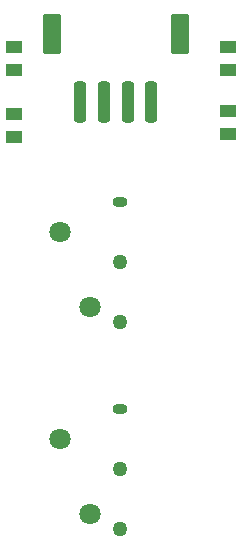
<source format=gbr>
G04*
G04 #@! TF.GenerationSoftware,Altium Limited,Altium Designer,23.0.1 (38)*
G04*
G04 Layer_Color=255*
%FSLAX25Y25*%
%MOIN*%
G70*
G04*
G04 #@! TF.SameCoordinates,EBFAA98F-4B33-4929-AD0F-5C95987F4AB2*
G04*
G04*
G04 #@! TF.FilePolarity,Positive*
G04*
G01*
G75*
G04:AMPARAMS|DCode=15|XSize=59.06mil|YSize=133.86mil|CornerRadius=7.38mil|HoleSize=0mil|Usage=FLASHONLY|Rotation=0.000|XOffset=0mil|YOffset=0mil|HoleType=Round|Shape=RoundedRectangle|*
%AMROUNDEDRECTD15*
21,1,0.05906,0.11909,0,0,0.0*
21,1,0.04429,0.13386,0,0,0.0*
1,1,0.01476,0.02215,-0.05955*
1,1,0.01476,-0.02215,-0.05955*
1,1,0.01476,-0.02215,0.05955*
1,1,0.01476,0.02215,0.05955*
%
%ADD15ROUNDEDRECTD15*%
G04:AMPARAMS|DCode=16|XSize=39.37mil|YSize=137.8mil|CornerRadius=9.84mil|HoleSize=0mil|Usage=FLASHONLY|Rotation=0.000|XOffset=0mil|YOffset=0mil|HoleType=Round|Shape=RoundedRectangle|*
%AMROUNDEDRECTD16*
21,1,0.03937,0.11811,0,0,0.0*
21,1,0.01968,0.13780,0,0,0.0*
1,1,0.01968,0.00984,-0.05906*
1,1,0.01968,-0.00984,-0.05906*
1,1,0.01968,-0.00984,0.05906*
1,1,0.01968,0.00984,0.05906*
%
%ADD16ROUNDEDRECTD16*%
%ADD17R,0.05315X0.04134*%
%ADD25O,0.05000X0.03347*%
%ADD26C,0.07087*%
%ADD27C,0.05000*%
D15*
X286500Y242000D02*
D03*
X243587D02*
D03*
D16*
X276854Y219362D02*
D03*
X268980D02*
D03*
X261106D02*
D03*
X253232D02*
D03*
D17*
X231000Y207661D02*
D03*
Y215339D02*
D03*
Y230161D02*
D03*
Y237839D02*
D03*
X302500Y208661D02*
D03*
Y216339D02*
D03*
Y230161D02*
D03*
Y237839D02*
D03*
D25*
X266500Y117000D02*
D03*
Y186000D02*
D03*
D26*
X246500Y107000D02*
D03*
X256500Y82000D02*
D03*
X246500Y176000D02*
D03*
X256500Y151000D02*
D03*
D27*
X266500Y77000D02*
D03*
Y97000D02*
D03*
Y146000D02*
D03*
Y166000D02*
D03*
M02*

</source>
